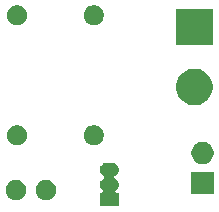
<source format=gbr>
G04 #@! TF.GenerationSoftware,KiCad,Pcbnew,(5.1.5)-3*
G04 #@! TF.CreationDate,2020-11-04T23:24:00+03:00*
G04 #@! TF.ProjectId,dark dedector,6461726b-2064-4656-9465-63746f722e6b,rev?*
G04 #@! TF.SameCoordinates,Original*
G04 #@! TF.FileFunction,Soldermask,Bot*
G04 #@! TF.FilePolarity,Negative*
%FSLAX46Y46*%
G04 Gerber Fmt 4.6, Leading zero omitted, Abs format (unit mm)*
G04 Created by KiCad (PCBNEW (5.1.5)-3) date 2020-11-04 23:24:00*
%MOMM*%
%LPD*%
G04 APERTURE LIST*
%ADD10C,0.100000*%
G04 APERTURE END LIST*
D10*
G36*
X91637916Y-85492334D02*
G01*
X91746492Y-85525271D01*
X91746495Y-85525272D01*
X91782601Y-85544571D01*
X91846557Y-85578756D01*
X91934264Y-85650736D01*
X92006244Y-85738443D01*
X92040429Y-85802399D01*
X92059728Y-85838505D01*
X92059729Y-85838508D01*
X92092666Y-85947084D01*
X92103787Y-86060000D01*
X92092666Y-86172916D01*
X92059729Y-86281492D01*
X92059728Y-86281495D01*
X92040429Y-86317601D01*
X92006244Y-86381557D01*
X91934264Y-86469264D01*
X91846557Y-86541244D01*
X91765141Y-86584761D01*
X91744766Y-86598375D01*
X91727439Y-86615702D01*
X91713826Y-86636076D01*
X91704448Y-86658715D01*
X91699668Y-86682748D01*
X91699668Y-86707252D01*
X91704448Y-86731285D01*
X91713826Y-86753924D01*
X91727440Y-86774299D01*
X91744767Y-86791626D01*
X91765141Y-86805239D01*
X91846557Y-86848756D01*
X91934264Y-86920736D01*
X92006244Y-87008443D01*
X92040429Y-87072399D01*
X92059728Y-87108505D01*
X92059729Y-87108508D01*
X92092666Y-87217084D01*
X92103787Y-87330000D01*
X92092666Y-87442916D01*
X92059729Y-87551492D01*
X92059728Y-87551495D01*
X92040429Y-87587601D01*
X92006244Y-87651557D01*
X91934264Y-87739264D01*
X91857354Y-87802383D01*
X91840035Y-87819702D01*
X91826421Y-87840077D01*
X91817043Y-87862716D01*
X91812263Y-87886749D01*
X91812263Y-87911253D01*
X91817043Y-87935286D01*
X91826421Y-87957925D01*
X91840034Y-87978299D01*
X91857361Y-87995626D01*
X91877736Y-88009240D01*
X91900375Y-88018618D01*
X91924408Y-88023398D01*
X91936660Y-88024000D01*
X92101000Y-88024000D01*
X92101000Y-89176000D01*
X90499000Y-89176000D01*
X90499000Y-88024000D01*
X90663340Y-88024000D01*
X90687726Y-88021598D01*
X90711175Y-88014485D01*
X90732786Y-88002934D01*
X90751728Y-87987389D01*
X90767273Y-87968447D01*
X90778824Y-87946836D01*
X90785937Y-87923387D01*
X90788339Y-87899001D01*
X90785937Y-87874615D01*
X90778824Y-87851166D01*
X90767273Y-87829555D01*
X90751728Y-87810613D01*
X90742655Y-87802391D01*
X90665736Y-87739264D01*
X90593756Y-87651557D01*
X90559571Y-87587601D01*
X90540272Y-87551495D01*
X90540271Y-87551492D01*
X90507334Y-87442916D01*
X90496213Y-87330000D01*
X90507334Y-87217084D01*
X90540271Y-87108508D01*
X90540272Y-87108505D01*
X90559571Y-87072399D01*
X90593756Y-87008443D01*
X90665736Y-86920736D01*
X90753443Y-86848756D01*
X90834859Y-86805239D01*
X90855234Y-86791625D01*
X90872561Y-86774298D01*
X90886174Y-86753924D01*
X90895552Y-86731285D01*
X90900332Y-86707252D01*
X90900332Y-86682748D01*
X90895552Y-86658715D01*
X90886174Y-86636076D01*
X90872560Y-86615701D01*
X90855233Y-86598374D01*
X90834859Y-86584761D01*
X90753443Y-86541244D01*
X90665736Y-86469264D01*
X90593756Y-86381557D01*
X90559571Y-86317601D01*
X90540272Y-86281495D01*
X90540271Y-86281492D01*
X90507334Y-86172916D01*
X90496213Y-86060000D01*
X90507334Y-85947084D01*
X90540271Y-85838508D01*
X90540272Y-85838505D01*
X90559571Y-85802399D01*
X90593756Y-85738443D01*
X90665736Y-85650736D01*
X90753443Y-85578756D01*
X90817399Y-85544571D01*
X90853505Y-85525272D01*
X90853508Y-85525271D01*
X90962084Y-85492334D01*
X91046702Y-85484000D01*
X91553298Y-85484000D01*
X91637916Y-85492334D01*
G37*
G36*
X86188228Y-86981703D02*
G01*
X86343100Y-87045853D01*
X86482481Y-87138985D01*
X86601015Y-87257519D01*
X86694147Y-87396900D01*
X86758297Y-87551772D01*
X86791000Y-87716184D01*
X86791000Y-87883816D01*
X86758297Y-88048228D01*
X86694147Y-88203100D01*
X86601015Y-88342481D01*
X86482481Y-88461015D01*
X86343100Y-88554147D01*
X86188228Y-88618297D01*
X86023816Y-88651000D01*
X85856184Y-88651000D01*
X85691772Y-88618297D01*
X85536900Y-88554147D01*
X85397519Y-88461015D01*
X85278985Y-88342481D01*
X85185853Y-88203100D01*
X85121703Y-88048228D01*
X85089000Y-87883816D01*
X85089000Y-87716184D01*
X85121703Y-87551772D01*
X85185853Y-87396900D01*
X85278985Y-87257519D01*
X85397519Y-87138985D01*
X85536900Y-87045853D01*
X85691772Y-86981703D01*
X85856184Y-86949000D01*
X86023816Y-86949000D01*
X86188228Y-86981703D01*
G37*
G36*
X83648228Y-86981703D02*
G01*
X83803100Y-87045853D01*
X83942481Y-87138985D01*
X84061015Y-87257519D01*
X84154147Y-87396900D01*
X84218297Y-87551772D01*
X84251000Y-87716184D01*
X84251000Y-87883816D01*
X84218297Y-88048228D01*
X84154147Y-88203100D01*
X84061015Y-88342481D01*
X83942481Y-88461015D01*
X83803100Y-88554147D01*
X83648228Y-88618297D01*
X83483816Y-88651000D01*
X83316184Y-88651000D01*
X83151772Y-88618297D01*
X82996900Y-88554147D01*
X82857519Y-88461015D01*
X82738985Y-88342481D01*
X82645853Y-88203100D01*
X82581703Y-88048228D01*
X82549000Y-87883816D01*
X82549000Y-87716184D01*
X82581703Y-87551772D01*
X82645853Y-87396900D01*
X82738985Y-87257519D01*
X82857519Y-87138985D01*
X82996900Y-87045853D01*
X83151772Y-86981703D01*
X83316184Y-86949000D01*
X83483816Y-86949000D01*
X83648228Y-86981703D01*
G37*
G36*
X100151000Y-88151000D02*
G01*
X98249000Y-88151000D01*
X98249000Y-86249000D01*
X100151000Y-86249000D01*
X100151000Y-88151000D01*
G37*
G36*
X99477395Y-83745546D02*
G01*
X99650466Y-83817234D01*
X99727818Y-83868919D01*
X99806227Y-83921310D01*
X99938690Y-84053773D01*
X99938691Y-84053775D01*
X100042766Y-84209534D01*
X100114454Y-84382605D01*
X100151000Y-84566333D01*
X100151000Y-84753667D01*
X100114454Y-84937395D01*
X100042766Y-85110466D01*
X100042765Y-85110467D01*
X99938690Y-85266227D01*
X99806227Y-85398690D01*
X99727818Y-85451081D01*
X99650466Y-85502766D01*
X99477395Y-85574454D01*
X99293667Y-85611000D01*
X99106333Y-85611000D01*
X98922605Y-85574454D01*
X98749534Y-85502766D01*
X98672182Y-85451081D01*
X98593773Y-85398690D01*
X98461310Y-85266227D01*
X98357235Y-85110467D01*
X98357234Y-85110466D01*
X98285546Y-84937395D01*
X98249000Y-84753667D01*
X98249000Y-84566333D01*
X98285546Y-84382605D01*
X98357234Y-84209534D01*
X98461309Y-84053775D01*
X98461310Y-84053773D01*
X98593773Y-83921310D01*
X98672182Y-83868919D01*
X98749534Y-83817234D01*
X98922605Y-83745546D01*
X99106333Y-83709000D01*
X99293667Y-83709000D01*
X99477395Y-83745546D01*
G37*
G36*
X83748228Y-82341703D02*
G01*
X83903100Y-82405853D01*
X84042481Y-82498985D01*
X84161015Y-82617519D01*
X84254147Y-82756900D01*
X84318297Y-82911772D01*
X84351000Y-83076184D01*
X84351000Y-83243816D01*
X84318297Y-83408228D01*
X84254147Y-83563100D01*
X84161015Y-83702481D01*
X84042481Y-83821015D01*
X83903100Y-83914147D01*
X83748228Y-83978297D01*
X83583816Y-84011000D01*
X83416184Y-84011000D01*
X83251772Y-83978297D01*
X83096900Y-83914147D01*
X82957519Y-83821015D01*
X82838985Y-83702481D01*
X82745853Y-83563100D01*
X82681703Y-83408228D01*
X82649000Y-83243816D01*
X82649000Y-83076184D01*
X82681703Y-82911772D01*
X82745853Y-82756900D01*
X82838985Y-82617519D01*
X82957519Y-82498985D01*
X83096900Y-82405853D01*
X83251772Y-82341703D01*
X83416184Y-82309000D01*
X83583816Y-82309000D01*
X83748228Y-82341703D01*
G37*
G36*
X90248228Y-82341703D02*
G01*
X90403100Y-82405853D01*
X90542481Y-82498985D01*
X90661015Y-82617519D01*
X90754147Y-82756900D01*
X90818297Y-82911772D01*
X90851000Y-83076184D01*
X90851000Y-83243816D01*
X90818297Y-83408228D01*
X90754147Y-83563100D01*
X90661015Y-83702481D01*
X90542481Y-83821015D01*
X90403100Y-83914147D01*
X90248228Y-83978297D01*
X90083816Y-84011000D01*
X89916184Y-84011000D01*
X89751772Y-83978297D01*
X89596900Y-83914147D01*
X89457519Y-83821015D01*
X89338985Y-83702481D01*
X89245853Y-83563100D01*
X89181703Y-83408228D01*
X89149000Y-83243816D01*
X89149000Y-83076184D01*
X89181703Y-82911772D01*
X89245853Y-82756900D01*
X89338985Y-82617519D01*
X89457519Y-82498985D01*
X89596900Y-82405853D01*
X89751772Y-82341703D01*
X89916184Y-82309000D01*
X90083816Y-82309000D01*
X90248228Y-82341703D01*
G37*
G36*
X98802585Y-77558802D02*
G01*
X98952410Y-77588604D01*
X99234674Y-77705521D01*
X99488705Y-77875259D01*
X99704741Y-78091295D01*
X99874479Y-78345326D01*
X99991396Y-78627590D01*
X100051000Y-78927240D01*
X100051000Y-79232760D01*
X99991396Y-79532410D01*
X99874479Y-79814674D01*
X99704741Y-80068705D01*
X99488705Y-80284741D01*
X99234674Y-80454479D01*
X98952410Y-80571396D01*
X98802585Y-80601198D01*
X98652761Y-80631000D01*
X98347239Y-80631000D01*
X98197415Y-80601198D01*
X98047590Y-80571396D01*
X97765326Y-80454479D01*
X97511295Y-80284741D01*
X97295259Y-80068705D01*
X97125521Y-79814674D01*
X97008604Y-79532410D01*
X96949000Y-79232760D01*
X96949000Y-78927240D01*
X97008604Y-78627590D01*
X97125521Y-78345326D01*
X97295259Y-78091295D01*
X97511295Y-77875259D01*
X97765326Y-77705521D01*
X98047590Y-77588604D01*
X98197415Y-77558802D01*
X98347239Y-77529000D01*
X98652761Y-77529000D01*
X98802585Y-77558802D01*
G37*
G36*
X100051000Y-75551000D02*
G01*
X96949000Y-75551000D01*
X96949000Y-72449000D01*
X100051000Y-72449000D01*
X100051000Y-75551000D01*
G37*
G36*
X83748228Y-72181703D02*
G01*
X83903100Y-72245853D01*
X84042481Y-72338985D01*
X84161015Y-72457519D01*
X84254147Y-72596900D01*
X84318297Y-72751772D01*
X84351000Y-72916184D01*
X84351000Y-73083816D01*
X84318297Y-73248228D01*
X84254147Y-73403100D01*
X84161015Y-73542481D01*
X84042481Y-73661015D01*
X83903100Y-73754147D01*
X83748228Y-73818297D01*
X83583816Y-73851000D01*
X83416184Y-73851000D01*
X83251772Y-73818297D01*
X83096900Y-73754147D01*
X82957519Y-73661015D01*
X82838985Y-73542481D01*
X82745853Y-73403100D01*
X82681703Y-73248228D01*
X82649000Y-73083816D01*
X82649000Y-72916184D01*
X82681703Y-72751772D01*
X82745853Y-72596900D01*
X82838985Y-72457519D01*
X82957519Y-72338985D01*
X83096900Y-72245853D01*
X83251772Y-72181703D01*
X83416184Y-72149000D01*
X83583816Y-72149000D01*
X83748228Y-72181703D01*
G37*
G36*
X90248228Y-72181703D02*
G01*
X90403100Y-72245853D01*
X90542481Y-72338985D01*
X90661015Y-72457519D01*
X90754147Y-72596900D01*
X90818297Y-72751772D01*
X90851000Y-72916184D01*
X90851000Y-73083816D01*
X90818297Y-73248228D01*
X90754147Y-73403100D01*
X90661015Y-73542481D01*
X90542481Y-73661015D01*
X90403100Y-73754147D01*
X90248228Y-73818297D01*
X90083816Y-73851000D01*
X89916184Y-73851000D01*
X89751772Y-73818297D01*
X89596900Y-73754147D01*
X89457519Y-73661015D01*
X89338985Y-73542481D01*
X89245853Y-73403100D01*
X89181703Y-73248228D01*
X89149000Y-73083816D01*
X89149000Y-72916184D01*
X89181703Y-72751772D01*
X89245853Y-72596900D01*
X89338985Y-72457519D01*
X89457519Y-72338985D01*
X89596900Y-72245853D01*
X89751772Y-72181703D01*
X89916184Y-72149000D01*
X90083816Y-72149000D01*
X90248228Y-72181703D01*
G37*
M02*

</source>
